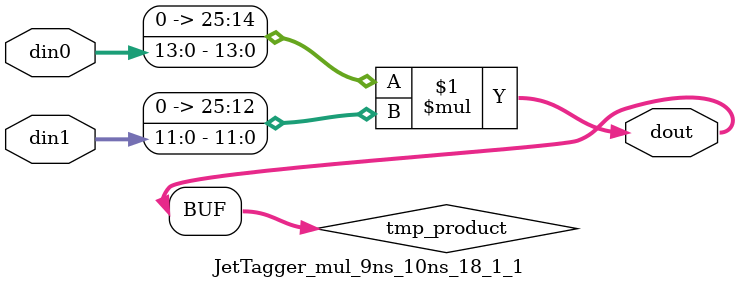
<source format=v>

`timescale 1 ns / 1 ps

  module JetTagger_mul_9ns_10ns_18_1_1(din0, din1, dout);
parameter ID = 1;
parameter NUM_STAGE = 0;
parameter din0_WIDTH = 14;
parameter din1_WIDTH = 12;
parameter dout_WIDTH = 26;

input [din0_WIDTH - 1 : 0] din0; 
input [din1_WIDTH - 1 : 0] din1; 
output [dout_WIDTH - 1 : 0] dout;

wire signed [dout_WIDTH - 1 : 0] tmp_product;










assign tmp_product = $signed({1'b0, din0}) * $signed({1'b0, din1});











assign dout = tmp_product;







endmodule

</source>
